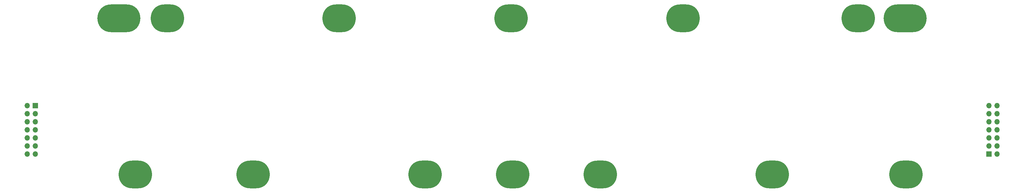
<source format=gbr>
%TF.GenerationSoftware,KiCad,Pcbnew,(5.1.9-0-10_14)*%
%TF.CreationDate,2022-08-31T22:56:09-04:00*%
%TF.ProjectId,47AhFoMoCo,34374168-466f-44d6-9f43-6f2e6b696361,rev?*%
%TF.SameCoordinates,Original*%
%TF.FileFunction,Soldermask,Top*%
%TF.FilePolarity,Negative*%
%FSLAX46Y46*%
G04 Gerber Fmt 4.6, Leading zero omitted, Abs format (unit mm)*
G04 Created by KiCad (PCBNEW (5.1.9-0-10_14)) date 2022-08-31 22:56:09*
%MOMM*%
%LPD*%
G01*
G04 APERTURE LIST*
%ADD10R,1.700000X1.700000*%
%ADD11O,1.700000X1.700000*%
%ADD12O,10.500000X8.750000*%
%ADD13O,13.500000X8.750000*%
G04 APERTURE END LIST*
D10*
%TO.C,J13*%
X343790000Y-124630000D03*
D11*
X346330000Y-124630000D03*
X343790000Y-122090000D03*
X346330000Y-122090000D03*
X343790000Y-119550000D03*
X346330000Y-119550000D03*
X343790000Y-117010000D03*
X346330000Y-117010000D03*
X343790000Y-114470000D03*
X346330000Y-114470000D03*
X343790000Y-111930000D03*
X346330000Y-111930000D03*
X343790000Y-109390000D03*
X346330000Y-109390000D03*
%TD*%
%TO.C,J14*%
X41670000Y-124630000D03*
X44210000Y-124630000D03*
X41670000Y-122090000D03*
X44210000Y-122090000D03*
X41670000Y-119550000D03*
X44210000Y-119550000D03*
X41670000Y-117010000D03*
X44210000Y-117010000D03*
X41670000Y-114470000D03*
X44210000Y-114470000D03*
X41670000Y-111930000D03*
X44210000Y-111930000D03*
X41670000Y-109390000D03*
D10*
X44210000Y-109390000D03*
%TD*%
D12*
%TO.C,J10p1*%
X302700000Y-81900000D03*
%TD*%
%TO.C,J11p1*%
X317700000Y-131100000D03*
%TD*%
D13*
%TO.C,J12p1*%
X317500000Y-81900000D03*
%TD*%
%TO.C,J1n1*%
X70500000Y-81900000D03*
%TD*%
D12*
%TO.C,J1p1*%
X75700000Y-131100000D03*
%TD*%
%TO.C,J2p1*%
X85700000Y-81900000D03*
%TD*%
%TO.C,J3p1*%
X112700000Y-131100000D03*
%TD*%
%TO.C,J4p1*%
X139700000Y-81900000D03*
%TD*%
%TO.C,J5p1*%
X166700000Y-131100000D03*
%TD*%
%TO.C,J6p1*%
X193700000Y-81900000D03*
%TD*%
%TO.C,J7p1*%
X221700000Y-131100000D03*
%TD*%
%TO.C,J8p1*%
X247700000Y-81900000D03*
%TD*%
%TO.C,J9p1*%
X275700000Y-131100000D03*
%TD*%
%TO.C,J_MECH_1*%
X194200000Y-131100000D03*
%TD*%
M02*

</source>
